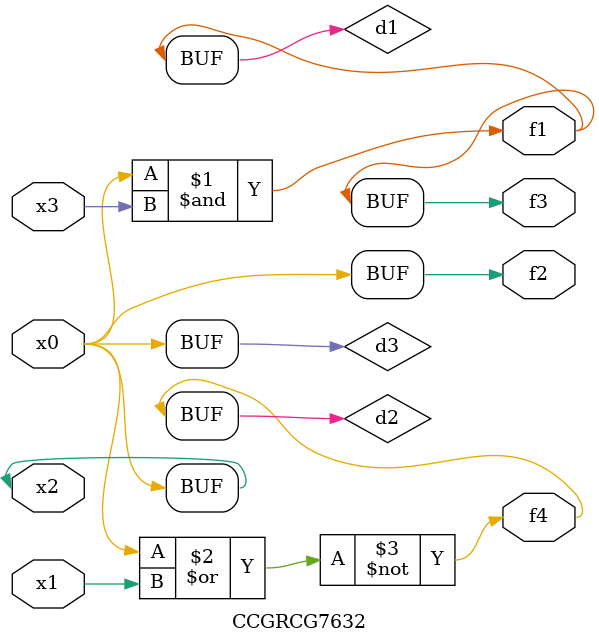
<source format=v>
module CCGRCG7632(
	input x0, x1, x2, x3,
	output f1, f2, f3, f4
);

	wire d1, d2, d3;

	and (d1, x2, x3);
	nor (d2, x0, x1);
	buf (d3, x0, x2);
	assign f1 = d1;
	assign f2 = d3;
	assign f3 = d1;
	assign f4 = d2;
endmodule

</source>
